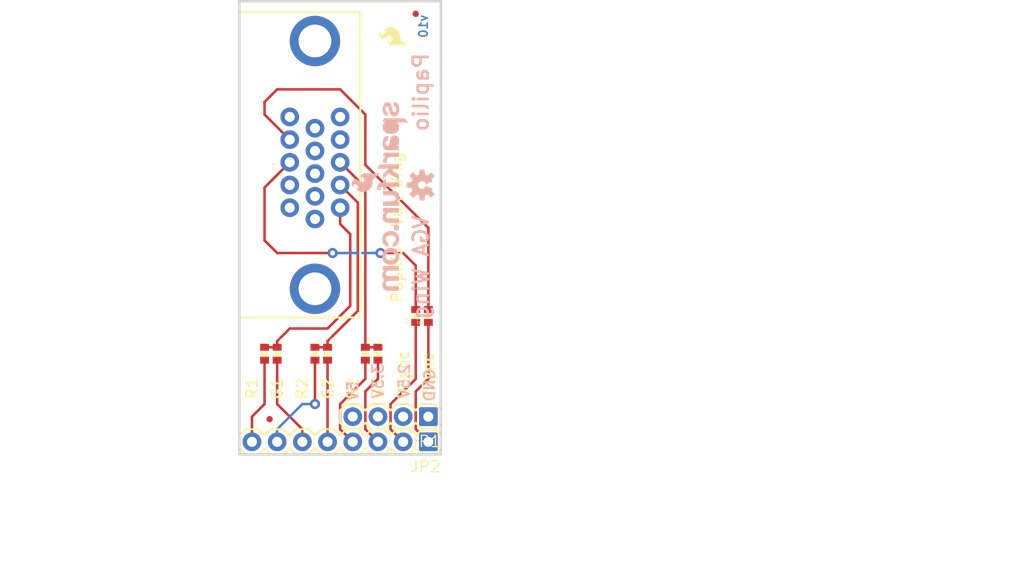
<source format=kicad_pcb>
(kicad_pcb (version 20211014) (generator pcbnew)
  (layers (0 "F.Cu" signal) (31 "B.Cu" signal) (34 "B.Paste" user) (35 "F.Paste" user) (36 "B.SilkS" user "B.Silkscreen") (37 "F.SilkS" user "F.Silkscreen") (38 "B.Mask" user) (39 "F.Mask" user) (44 "Edge.Cuts" user))
  (net 0 "")
  (net 1 "GND")
  (net 2 "3.3V")
  (net 3 "RED1")
  (net 4 "GREEN1")
  (net 5 "RED2")
  (net 6 "BLUE1")
  (net 7 "HSYNC")
  (net 8 "VSYNC")
  (net 9 "GREEN2")
  (net 10 "BLUE2")
  (net 11 "N$2")
  (net 12 "N$3")
  (net 13 "RED")
  (net 14 "GREEN")
  (net 15 "BLUE")
  (footprint "boardEagle:1X04" (layer "F.Cu") (at 157.3911 124.0536 180)
    (fp_text reference "JP1" (at -1.3462 -1.8288 180) (layer "F.SilkS") (effects (font (size 1.143 1.143) (thickness 0.127)) (justify right top)))
    (fp_text value "")
    (fp_line (start 3.175 -1.27) (end 3.81 -0.635) (layer "F.SilkS") (width 0.2032))
    (fp_line (start -0.635 -1.27) (end 0.635 -1.27) (layer "F.SilkS") (width 0.2032))
    (fp_line (start -1.27 -0.635) (end -1.27 0.635) (layer "F.SilkS") (width 0.2032))
    (fp_line (start 3.81 0.635) (end 3.175 1.27) (layer "F.SilkS") (width 0.2032))
    (fp_line (start 6.985 -1.27) (end 8.255 -1.27) (layer "F.SilkS") (width 0.2032))
    (fp_line (start -0.635 -1.27) (end -1.27 -0.635) (layer "F.SilkS") (width 0.2032))
    (fp_line (start 5.715 1.27) (end 4.445 1.27) (layer "F.SilkS") (width 0.2032))
    (fp_line (start 8.255 1.27) (end 6.985 1.27) (layer "F.SilkS") (width 0.2032))
    (fp_line (start 8.89 -0.635) (end 8.89 0.635) (layer "F.SilkS") (width 0.2032))
    (fp_line (start 8.89 0.635) (end 8.255 1.27) (layer "F.SilkS") (width 0.2032))
    (fp_line (start 8.255 -1.27) (end 8.89 -0.635) (layer "F.SilkS") (width 0.2032))
    (fp_line (start 1.27 0.635) (end 0.635 1.27) (layer "F.SilkS") (width 0.2032))
    (fp_line (start 3.175 1.27) (end 1.905 1.27) (layer "F.SilkS") (width 0.2032))
    (fp_line (start 4.445 -1.27) (end 5.715 -1.27) (layer "F.SilkS") (width 0.2032))
    (fp_line (start 6.985 -1.27) (end 6.35 -0.635) (layer "F.SilkS") (width 0.2032))
    (fp_line (start 1.905 -1.27) (end 3.175 -1.27) (layer "F.SilkS") (width 0.2032))
    (fp_line (start 4.445 1.27) (end 3.81 0.635) (layer "F.SilkS") (width 0.2032))
    (fp_line (start 6.35 0.635) (end 5.715 1.27) (layer "F.SilkS") (width 0.2032))
    (fp_line (start 1.905 1.27) (end 1.27 0.635) (layer "F.SilkS") (width 0.2032))
    (fp_line (start 5.715 -1.27) (end 6.35 -0.635) (layer "F.SilkS") (width 0.2032))
    (fp_line (start 1.27 -0.635) (end 1.905 -1.27) (layer "F.SilkS") (width 0.2032))
    (fp_line (start -1.27 0.635) (end -0.635 1.27) (layer "F.SilkS") (width 0.2032))
    (fp_line (start 6.35 0.635) (end 6.985 1.27) (layer "F.SilkS") (width 0.2032))
    (fp_line (start 3.81 -0.635) (end 4.445 -1.27) (layer "F.SilkS") (width 0.2032))
    (fp_line (start 0.635 -1.27) (end 1.27 -0.635) (layer "F.SilkS") (width 0.2032))
    (fp_line (start 0.635 1.27) (end -0.635 1.27) (layer "F.SilkS") (width 0.2032))
    (pad "1" thru_hole rect (at 0 0 270) (size 1.8796 1.8796) (drill 1.016) (layers *.Cu *.Mask) (net 1 "GND"))
    (pad "2" thru_hole circle (at 2.54 0 270) (size 1.8796 1.8796) (drill 1.016) (layers *.Cu *.Mask))
    (pad "3" thru_hole circle (at 5.08 0 270) (size 1.8796 1.8796) (drill 1.016) (layers *.Cu *.Mask) (net 2 "3.3V"))
    (pad "4" thru_hole circle (at 7.62 0 270) (size 1.8796 1.8796) (drill 1.016) (layers *.Cu *.Mask))
  )
  (footprint "boardEagle:0402-RES" (layer "F.Cu") (at 142.1511 117.7036 -90)
    (fp_text reference "R6" (at -0.889 -0.6985 -90) (layer "F.SilkS") (effects (font (size 0.373888 0.373888) (thickness 0.032512)) (justify left bottom)))
    (fp_text value "270")
    (fp_poly (pts (xy -0.2032 0.3556) (xy 0.2032 0.3556) (xy 0.2032 -0.3556) (xy -0.2032 -0.3556)) (layer "F.SilkS") (width 0) (fill solid))
    (pad "1" smd rect (at -0.65 0 270) (size 0.7 0.9) (layers "F.Cu" "F.Paste" "F.Mask") (net 13 "RED"))
    (pad "2" smd rect (at 0.65 0 270) (size 0.7 0.9) (layers "F.Cu" "F.Paste" "F.Mask") (net 5 "RED2"))
  )
  (footprint "boardEagle:CREATIVE_COMMONS" (layer "F.Cu") (at 134.5311 139.2936)
    (fp_text reference "FRAME1" hide)
    (fp_text value "FRAME-LETTER" hide)
  )
  (footprint "boardEagle:1X08" (layer "F.Cu") (at 157.3911 126.5936 180)
    (fp_text reference "JP2" (at -1.3462 -1.8288 180) (layer "F.SilkS") (effects (font (size 1.143 1.143) (thickness 0.127)) (justify right top)))
    (fp_text value "")
    (fp_line (start 0.635 1.27) (end -0.635 1.27) (layer "F.SilkS") (width 0.2032))
    (fp_line (start 3.81 -0.635) (end 4.445 -1.27) (layer "F.SilkS") (width 0.2032))
    (fp_line (start -1.27 0.635) (end -0.635 1.27) (layer "F.SilkS") (width 0.2032))
    (fp_line (start 13.335 1.27) (end 12.065 1.27) (layer "F.SilkS") (width 0.2032))
    (fp_line (start 4.445 1.27) (end 3.81 0.635) (layer "F.SilkS") (width 0.2032))
    (fp_line (start 19.05 -0.635) (end 19.05 0.635) (layer "F.SilkS") (width 0.2032))
    (fp_line (start -0.635 -1.27) (end 0.635 -1.27) (layer "F.SilkS") (width 0.2032))
    (fp_line (start 15.875 1.27) (end 14.605 1.27) (layer "F.SilkS") (width 0.2032))
    (fp_line (start 14.605 -1.27) (end 15.875 -1.27) (layer "F.SilkS") (width 0.2032))
    (fp_line (start 13.97 0.635) (end 13.335 1.27) (layer "F.SilkS") (width 0.2032))
    (fp_line (start 5.715 -1.27) (end 6.35 -0.635) (layer "F.SilkS") (width 0.2032))
    (fp_line (start 12.065 -1.27) (end 13.335 -1.27) (layer "F.SilkS") (width 0.2032))
    (fp_line (start 18.415 1.27) (end 17.145 1.27) (layer "F.SilkS") (width 0.2032))
    (fp_line (start 14.605 -1.27) (end 13.97 -0.635) (layer "F.SilkS") (width 0.2032))
    (fp_line (start 8.89 0.635) (end 8.255 1.27) (layer "F.SilkS") (width 0.2032))
    (fp_line (start 6.35 0.635) (end 5.715 1.27) (layer "F.SilkS") (width 0.2032))
    (fp_line (start 6.985 -1.27) (end 8.255 -1.27) (layer "F.SilkS") (width 0.2032))
    (fp_line (start 1.905 1.27) (end 1.27 0.635) (layer "F.SilkS") (width 0.2032))
    (fp_line (start 5.715 1.27) (end 4.445 1.27) (layer "F.SilkS") (width 0.2032))
    (fp_line (start 1.905 -1.27) (end 3.175 -1.27) (layer "F.SilkS") (width 0.2032))
    (fp_line (start -0.635 -1.27) (end -1.27 -0.635) (layer "F.SilkS") (width 0.2032))
    (fp_line (start 16.51 0.635) (end 15.875 1.27) (layer "F.SilkS") (width 0.2032))
    (fp_line (start 9.525 -1.27) (end 10.795 -1.27) (layer "F.SilkS") (width 0.2032))
    (fp_line (start 11.43 0.635) (end 10.795 1.27) (layer "F.SilkS") (width 0.2032))
    (fp_line (start 3.175 -1.27) (end 3.81 -0.635) (layer "F.SilkS") (width 0.2032))
    (fp_line (start 4.445 -1.27) (end 5.715 -1.27) (layer "F.SilkS") (width 0.2032))
    (fp_line (start 6.985 -1.27) (end 6.35 -0.635) (layer "F.SilkS") (width 0.2032))
    (fp_line (start 6.35 0.635) (end 6.985 1.27) (layer "F.SilkS") (width 0.2032))
    (fp_line (start 12.065 1.27) (end 11.43 0.635) (layer "F.SilkS") (width 0.2032))
    (fp_line (start 15.875 -1.27) (end 16.51 -0.635) (layer "F.SilkS") (width 0.2032))
    (fp_line (start 1.27 -0.635) (end 1.905 -1.27) (layer "F.SilkS") (width 0.2032))
    (fp_line (start 17.145 -1.27) (end 16.51 -0.635) (layer "F.SilkS") (width 0.2032))
    (fp_line (start 16.51 0.635) (end 17.145 1.27) (layer "F.SilkS") (width 0.2032))
    (fp_line (start 3.175 1.27) (end 1.905 1.27) (layer "F.SilkS") (width 0.2032))
    (fp_line (start 10.795 -1.27) (end 11.43 -0.635) (layer "F.SilkS") (width 0.2032))
    (fp_line (start 13.97 0.635) (end 14.605 1.27) (layer "F.SilkS") (width 0.2032))
    (fp_line (start 8.89 -0.635) (end 9.525 -1.27) (layer "F.SilkS") (width 0.2032))
    (fp_line (start 18.415 -1.27) (end 19.05 -0.635) (layer "F.SilkS") (width 0.2032))
    (fp_line (start -1.27 -0.635) (end -1.27 0.635) (layer "F.SilkS") (width 0.2032))
    (fp_line (start 1.27 0.635) (end 0.635 1.27) (layer "F.SilkS") (width 0.2032))
    (fp_line (start 10.795 1.27) (end 9.525 1.27) (layer "F.SilkS") (width 0.2032))
    (fp_line (start 9.525 1.27) (end 8.89 0.635) (layer "F.SilkS") (width 0.2032))
    (fp_line (start 8.255 1.27) (end 6.985 1.27) (layer "F.SilkS") (width 0.2032))
    (fp_line (start 3.81 0.635) (end 3.175 1.27) (layer "F.SilkS") (width 0.2032))
    (fp_line (start 11.43 -0.635) (end 12.065 -1.27) (layer "F.SilkS") (width 0.2032))
    (fp_line (start 0.635 -1.27) (end 1.27 -0.635) (layer "F.SilkS") (width 0.2032))
    (fp_line (start 8.255 -1.27) (end 8.89 -0.635) (layer "F.SilkS") (width 0.2032))
    (fp_line (start 19.05 0.635) (end 18.415 1.27) (layer "F.SilkS") (width 0.2032))
    (fp_line (start 13.335 -1.27) (end 13.97 -0.635) (layer "F.SilkS") (width 0.2032))
    (fp_line (start 17.145 -1.27) (end 18.415 -1.27) (layer "F.SilkS") (width 0.2032))
    (pad "1" thru_hole rect (at 0 0 270) (size 1.8796 1.8796) (drill 1.016) (layers *.Cu *.Mask) (net 8 "VSYNC"))
    (pad "2" thru_hole circle (at 2.54 0 270) (size 1.8796 1.8796) (drill 1.016) (layers *.Cu *.Mask) (net 7 "HSYNC"))
    (pad "3" thru_hole circle (at 5.08 0 270) (size 1.8796 1.8796) (drill 1.016) (layers *.Cu *.Mask) (net 6 "BLUE1"))
    (pad "4" thru_hole circle (at 7.62 0 270) (size 1.8796 1.8796) (drill 1.016) (layers *.Cu *.Mask) (net 10 "BLUE2"))
    (pad "5" thru_hole circle (at 10.16 0 270) (size 1.8796 1.8796) (drill 1.016) (layers *.Cu *.Mask) (net 9 "GREEN2"))
    (pad "6" thru_hole circle (at 12.7 0 270) (size 1.8796 1.8796) (drill 1.016) (layers *.Cu *.Mask) (net 5 "RED2"))
    (pad "7" thru_hole circle (at 15.24 0 270) (size 1.8796 1.8796) (drill 1.016) (layers *.Cu *.Mask) (net 4 "GREEN1"))
    (pad "8" thru_hole circle (at 17.78 0 270) (size 1.8796 1.8796) (drill 1.016) (layers *.Cu *.Mask) (net 3 "RED1"))
  )
  (footprint "boardEagle:DB15" (layer "F.Cu") (at 140.8811 98.6536 90)
    (fp_text reference "JP3" (at -0.795 1.19 90) (layer "F.SilkS") (effects (font (size 0.36576 0.36576) (thickness 0.04064)) (justify left bottom)))
    (fp_text value "DB15")
    (fp_line (start -15.4 9.65) (end -15.4 -2.38) (layer "F.SilkS") (width 0.2032))
    (fp_line (start 15.4 9.65) (end 15.4 -2.38) (layer "F.SilkS") (width 0.2032))
    (fp_line (start -15.4 9.65) (end 15.4 9.65) (layer "F.SilkS") (width 0.2032))
    (pad "1" thru_hole circle (at -4.32 7.62 90) (size 1.8796 1.8796) (drill 1.016) (layers *.Cu *.Mask) (net 13 "RED"))
    (pad "2" thru_hole circle (at -2.03 7.62 90) (size 1.8796 1.8796) (drill 1.016) (layers *.Cu *.Mask) (net 14 "GREEN"))
    (pad "3" thru_hole circle (at 0.26 7.62 90) (size 1.8796 1.8796) (drill 1.016) (layers *.Cu *.Mask) (net 15 "BLUE"))
    (pad "4" thru_hole circle (at 2.55 7.62 90) (size 1.8796 1.8796) (drill 1.016) (layers *.Cu *.Mask))
    (pad "5" thru_hole circle (at 4.84 7.62 90) (size 1.8796 1.8796) (drill 1.016) (layers *.Cu *.Mask))
    (pad "6" thru_hole circle (at -5.46 5.08 90) (size 1.8796 1.8796) (drill 1.016) (layers *.Cu *.Mask) (net 1 "GND"))
    (pad "7" thru_hole circle (at -3.17 5.08 90) (size 1.8796 1.8796) (drill 1.016) (layers *.Cu *.Mask) (net 1 "GND"))
    (pad "8" thru_hole circle (at -0.88 5.08 90) (size 1.8796 1.8796) (drill 1.016) (layers *.Cu *.Mask) (net 1 "GND"))
    (pad "9" thru_hole circle (at 1.41 5.08 90) (size 1.8796 1.8796) (drill 1.016) (layers *.Cu *.Mask))
    (pad "10" thru_hole circle (at 3.7 5.08 90) (size 1.8796 1.8796) (drill 1.016) (layers *.Cu *.Mask) (net 1 "GND"))
    (pad "11" thru_hole circle (at -4.32 2.54 90) (size 1.8796 1.8796) (drill 1.016) (layers *.Cu *.Mask) (net 1 "GND"))
    (pad "12" thru_hole circle (at -2.03 2.54 90) (size 1.8796 1.8796) (drill 1.016) (layers *.Cu *.Mask))
    (pad "13" thru_hole circle (at 0.26 2.54 90) (size 1.8796 1.8796) (drill 1.016) (layers *.Cu *.Mask) (net 11 "N$2"))
    (pad "14" thru_hole circle (at 2.55 2.54 90) (size 1.8796 1.8796) (drill 1.016) (layers *.Cu *.Mask) (net 12 "N$3"))
    (pad "15" thru_hole circle (at 4.84 2.54 90) (size 1.8796 1.8796) (drill 1.016) (layers *.Cu *.Mask))
    (pad "G1" thru_hole circle (at -12.5 5.08 90) (size 5.08 5.08) (drill 3.302) (layers *.Cu *.Mask))
    (pad "G2" thru_hole circle (at 12.5 5.08 90) (size 5.08 5.08) (drill 3.302) (layers *.Cu *.Mask))
  )
  (footprint "boardEagle:0402-RES" (layer "F.Cu") (at 145.9611 117.7036 -90)
    (fp_text reference "R4" (at -0.889 -0.6985 -90) (layer "F.SilkS") (effects (font (size 0.373888 0.373888) (thickness 0.032512)) (justify left bottom)))
    (fp_text value "270")
    (fp_poly (pts (xy -0.2032 0.3556) (xy 0.2032 0.3556) (xy 0.2032 -0.3556) (xy -0.2032 -0.3556)) (layer "F.SilkS") (width 0) (fill solid))
    (pad "1" smd rect (at -0.65 0 270) (size 0.7 0.9) (layers "F.Cu" "F.Paste" "F.Mask") (net 14 "GREEN"))
    (pad "2" smd rect (at 0.65 0 270) (size 0.7 0.9) (layers "F.Cu" "F.Paste" "F.Mask") (net 4 "GREEN1"))
  )
  (footprint "boardEagle:0402-RES" (layer "F.Cu") (at 152.3111 117.7036 -90)
    (fp_text reference "R5" (at -0.889 -0.6985 -90) (layer "F.SilkS") (effects (font (size 0.373888 0.373888) (thickness 0.032512)) (justify left bottom)))
    (fp_text value "270")
    (fp_poly (pts (xy -0.2032 0.3556) (xy 0.2032 0.3556) (xy 0.2032 -0.3556) (xy -0.2032 -0.3556)) (layer "F.SilkS") (width 0) (fill solid))
    (pad "1" smd rect (at -0.65 0 270) (size 0.7 0.9) (layers "F.Cu" "F.Paste" "F.Mask") (net 15 "BLUE"))
    (pad "2" smd rect (at 0.65 0 270) (size 0.7 0.9) (layers "F.Cu" "F.Paste" "F.Mask") (net 6 "BLUE1"))
  )
  (footprint "boardEagle:0402-RES" (layer "F.Cu") (at 147.2311 117.7036 -90)
    (fp_text reference "R7" (at -0.889 -0.6985 -90) (layer "F.SilkS") (effects (font (size 0.373888 0.373888) (thickness 0.032512)) (justify left bottom)))
    (fp_text value "270")
    (fp_poly (pts (xy -0.2032 0.3556) (xy 0.2032 0.3556) (xy 0.2032 -0.3556) (xy -0.2032 -0.3556)) (layer "F.SilkS") (width 0) (fill solid))
    (pad "1" smd rect (at -0.65 0 270) (size 0.7 0.9) (layers "F.Cu" "F.Paste" "F.Mask") (net 14 "GREEN"))
    (pad "2" smd rect (at 0.65 0 270) (size 0.7 0.9) (layers "F.Cu" "F.Paste" "F.Mask") (net 9 "GREEN2"))
  )
  (footprint "boardEagle:0402-RES" (layer "F.Cu") (at 151.0411 117.7036 -90)
    (fp_text reference "R8" (at -0.889 -0.6985 -90) (layer "F.SilkS") (effects (font (size 0.373888 0.373888) (thickness 0.032512)) (justify left bottom)))
    (fp_text value "270")
    (fp_poly (pts (xy -0.2032 0.3556) (xy 0.2032 0.3556) (xy 0.2032 -0.3556) (xy -0.2032 -0.3556)) (layer "F.SilkS") (width 0) (fill solid))
    (pad "1" smd rect (at -0.65 0 270) (size 0.7 0.9) (layers "F.Cu" "F.Paste" "F.Mask") (net 15 "BLUE"))
    (pad "2" smd rect (at 0.65 0 270) (size 0.7 0.9) (layers "F.Cu" "F.Paste" "F.Mask") (net 10 "BLUE2"))
  )
  (footprint "boardEagle:0402-RES" (layer "F.Cu") (at 140.8811 117.7036 -90)
    (fp_text reference "R3" (at -0.889 -0.6985 -90) (layer "F.SilkS") (effects (font (size 0.373888 0.373888) (thickness 0.032512)) (justify left bottom)))
    (fp_text value "270")
    (fp_poly (pts (xy -0.2032 0.3556) (xy 0.2032 0.3556) (xy 0.2032 -0.3556) (xy -0.2032 -0.3556)) (layer "F.SilkS") (width 0) (fill solid))
    (pad "1" smd rect (at -0.65 0 270) (size 0.7 0.9) (layers "F.Cu" "F.Paste" "F.Mask") (net 13 "RED"))
    (pad "2" smd rect (at 0.65 0 270) (size 0.7 0.9) (layers "F.Cu" "F.Paste" "F.Mask") (net 3 "RED1"))
  )
  (footprint "boardEagle:SFE-LOGO-FLAME" (layer "F.Cu") (at 155.2321 86.5886 90)
    (fp_text reference "JP7" hide)
    (fp_text value "LOGO-SFESK" hide)
    (fp_poly (pts (xy 1.126002 -2.808203) (xy 1.215449 -2.785829) (xy 1.228477 -2.780783) (xy 1.240149 -2.774875) (xy 1.25686 -2.766576) (xy 1.275552 -2.759834) (xy 1.371694 -2.7026) (xy 1.3793 -2.7026) (xy 1.3793 -2.6772) (xy 1.306833 -2.6772) (xy 1.208418 -2.657914) (xy 1.074855 -2.495286) (xy 1.079365 -2.436825) (xy 1.12809 -2.341869) (xy 1.204666 -2.265196) (xy 1.294069 -2.200638) (xy 1.369348 -2.168824) (xy 1.450737 -2.171632) (xy 1.458864 -2.174186) (xy 1.466257 -2.177389) (xy 1.530514 -2.236956) (xy 1.5368 -2.259812) (xy 1.5368 -2.377938) (xy 1.763707 -2.148127) (xy 1.868186 -1.856841) (xy 1.871603 -1.856894) (xy 1.87806 -1.650435) (xy 1.848857 -1.45742) (xy 1.785308 -1.272842) (xy 1.6663 -1.061578) (xy 1.6663 -1.080581) (xy 1.378131 -0.80901) (xy 0.982239 -0.6985) (xy 0.753005 -0.6985) (xy 0.716201 -0.692046) (xy 0.681776 -0.679592) (xy 0.496322 -0.541784) (xy -0.0126 0.03091) (xy -0.0126 -1.52077) (xy 0.060004 -1.761967) (xy 0.168295 -1.865489) (xy 0.307122 -1.917522) (xy 0.4039 -1.925089) (xy 0.499384 -1.917623) (xy 0.55991 -1.908099) (xy 0.557788 -1.884433) (xy 0.522216 -1.885242) (xy 0.501784 -1.876141) (xy 0.420519 -1.817154) (xy 0.400722 -1.79067) (xy 0.390395 -1.7285) (xy 0.400905 -1.665229) (xy 0.421405 -1.625174) (xy 0.452343 -1.592685) (xy 0.546535 -1.54355) (xy 0.652229 -1.531742) (xy 0.742768 -1.550084) (xy 0.82422 -1.589656) (xy 0.92203 -1.754659) (xy 0.907706 -1.848844) (xy 0.850914 -1.930401) (xy 0.584707 -2.263237) (xy 0.561667 -2.510855) (xy 0.627495 -2.621556) (xy 0.629042 -2.623103) (xy 0.778901 -2.74712) (xy 1.032676 -2.817064)) (layer "F.SilkS") (width 0) (fill solid))
  )
  (footprint "boardEagle:0402-RES" (layer "F.Cu") (at 156.1211 113.8936 90)
    (fp_text reference "R1" (at -0.889 -0.6985 90) (layer "F.SilkS") (effects (font (size 0.373888 0.373888) (thickness 0.032512)) (justify left bottom)))
    (fp_text value "82.5")
    (fp_poly (pts (xy -0.2032 0.3556) (xy 0.2032 0.3556) (xy 0.2032 -0.3556) (xy -0.2032 -0.3556)) (layer "F.SilkS") (width 0) (fill solid))
    (pad "1" smd rect (at -0.65 0 90) (size 0.7 0.9) (layers "F.Cu" "F.Paste" "F.Mask") (net 7 "HSYNC"))
    (pad "2" smd rect (at 0.65 0 90) (size 0.7 0.9) (layers "F.Cu" "F.Paste" "F.Mask") (net 11 "N$2"))
  )
  (footprint "boardEagle:0402-RES" (layer "F.Cu") (at 157.3911 113.8936 90)
    (fp_text reference "R2" (at -0.889 -0.6985 90) (layer "F.SilkS") (effects (font (size 0.373888 0.373888) (thickness 0.032512)) (justify left bottom)))
    (fp_text value "82.5")
    (fp_poly (pts (xy -0.2032 0.3556) (xy 0.2032 0.3556) (xy 0.2032 -0.3556) (xy -0.2032 -0.3556)) (layer "F.SilkS") (width 0) (fill solid))
    (pad "1" smd rect (at -0.65 0 90) (size 0.7 0.9) (layers "F.Cu" "F.Paste" "F.Mask") (net 8 "VSYNC"))
    (pad "2" smd rect (at 0.65 0 90) (size 0.7 0.9) (layers "F.Cu" "F.Paste" "F.Mask") (net 12 "N$3"))
  )
  (footprint "boardEagle:MICRO-FIDUCIAL" (layer "F.Cu") (at 141.3891 124.3076)
    (fp_text reference "JP4" hide)
    (fp_text value "FIDUCIALUFIDUCIAL" hide)
    (pad "1" smd roundrect (at 0 0) (size 0.635 0.635) (layers "F.Cu" "F.Mask") (roundrect_rratio 0.5))
  )
  (footprint "boardEagle:MICRO-FIDUCIAL" (layer "F.Cu") (at 156.1211 83.4136)
    (fp_text reference "JP5" hide)
    (fp_text value "FIDUCIALUFIDUCIAL" hide)
    (pad "1" smd roundrect (at 0 0) (size 0.635 0.635) (layers "F.Cu" "F.Mask") (roundrect_rratio 0.5))
  )
  (footprint "boardEagle:SFE-NEW-WEBLOGO" (layer "B.Cu") (at 155.3591 92.3036 -90)
    (fp_text reference "JP6" hide)
    (fp_text value "LOGO-SFENEW" hide)
    (fp_line (start 12.1818 2.0091) (end 12.1818 0.955) (layer "B.SilkS") (width 0.0254))
    (fp_line (start 11.1201 2.5171) (end 11.1201 2.2962) (layer "B.SilkS") (width 0.0254))
    (fp_line (start 11.7729 0.955) (end 11.7729 1.9202) (layer "B.SilkS") (width 0.0254))
    (fp_line (start 11.1379 0.9449) (end 10.7163 0.9449) (layer "B.SilkS") (width 0.0254))
    (fp_line (start 11.1201 2.2962) (end 11.1277 2.2962) (layer "B.SilkS") (width 0.0254))
    (fp_line (start 15.5499 2.6137) (end 15.5499 2.2911) (layer "B.SilkS") (width 0.0254))
    (fp_line (start 12.1818 0.955) (end 11.7729 0.955) (layer "B.SilkS") (width 0.0254))
    (fp_line (start 15.5702 2.2962) (end 15.5702 2.6137) (layer "B.SilkS") (width 0.0254))
    (fp_line (start 15.5702 2.6137) (end 15.5854 2.6137) (layer "B.SilkS") (width 0.0254))
    (fp_line (start 15.5499 2.2911) (end 15.527 2.2911) (layer "B.SilkS") (width 0.0254))
    (fp_line (start 10.7163 0.9449) (end 10.7163 2.5171) (layer "B.SilkS") (width 0.0254))
    (fp_line (start 11.1379 1.8136) (end 11.1379 0.9449) (layer "B.SilkS") (width 0.0254))
    (fp_line (start 10.7163 2.5171) (end 11.1201 2.5171) (layer "B.SilkS") (width 0.0254))
    (fp_arc (start 15.24 1.4097) (mid 15.31871 1.3127) (end 15.428 1.2522) (layer "B.SilkS") (width 0.0254))
    (fp_arc (start 12.1488 2.232699) (mid 12.104013 2.336521) (end 12.0345 2.4257) (layer "B.SilkS") (width 0.0254))
    (fp_arc (start 16.4033 1.808499) (mid 16.333054 2.143404) (end 16.129 2.4181) (layer "B.SilkS") (width 0.0254))
    (fp_arc (start 11.1277 2.2962) (mid 11.137379 2.298176) (end 11.1455 2.3038) (layer "B.SilkS") (width 0.0254))
    (fp_arc (start 11.1684 2.0396) (mid 11.146105 1.962214) (end 11.1379 1.8821) (layer "B.SilkS") (width 0.0254))
    (fp_arc (start 11.7678 2.5502) (mid 11.667584 2.556058) (end 11.5672 2.5552) (layer "B.SilkS") (width 0.0254))
    (fp_arc (start 15.9029 0.9754) (mid 16.153433 1.12491) (end 16.317 1.3665) (layer "B.SilkS") (width 0.0254))
    (fp_arc (start 12.1818 2.0091) (mid 12.172765 2.122002) (end 12.1488 2.2327) (layer "B.SilkS") (width 0.0254))
    (fp_arc (start 11.2598 2.1692) (mid 11.206137 2.110016) (end 11.1684 2.0396) (layer "B.SilkS") (width 0.0254))
    (fp_arc (start 11.7729 1.9202) (mid 11.758038 2.02962) (end 11.7145 2.1311) (layer "B.SilkS") (width 0.0254))
    (fp_arc (start 11.5976 2.2276) (mid 11.565101 2.235925) (end 11.5316 2.2377) (layer "B.SilkS") (width 0.0254))
    (fp_arc (start 11.4198 2.2327) (mid 11.334441 2.214452) (end 11.259799 2.1692) (layer "B.SilkS") (width 0.0254))
    (fp_arc (start 16.129 2.4181) (mid 15.978822 2.520652) (end 15.809 2.5857) (layer "B.SilkS") (width 0.0254))
    (fp_arc (start 14.7549 1.9507) (mid 14.737287 1.759061) (end 14.7523 1.5672) (layer "B.SilkS") (width 0.0254))
    (fp_arc (start 11.1862 2.3571) (mid 11.172158 2.338081) (end 11.1582 2.319) (layer "B.SilkS") (width 0.0254))
    (fp_arc (start 16.317 1.3665) (mid 16.380488 1.583529) (end 16.4033 1.8085) (layer "B.SilkS") (width 0.0254))
    (fp_arc (start 15.809 2.5857) (mid 15.698073 2.606673) (end 15.5854 2.6137) (layer "B.SilkS") (width 0.0254))
    (fp_arc (start 12.0345 2.425699) (mid 11.911985 2.51116) (end 11.7678 2.5502) (layer "B.SilkS") (width 0.0254))
    (fp_arc (start 11.1455 2.3038) (mid 11.152103 2.311188) (end 11.1582 2.319) (layer "B.SilkS") (width 0.0254))
    (fp_arc (start 15.5423 0.9195) (mid 15.724919 0.932492) (end 15.9029 0.9754) (layer "B.SilkS") (width 0.0254))
    (fp_arc (start 15.5499 2.6137) (mid 15.331296 2.577713) (end 15.1282 2.4892) (layer "B.SilkS") (width 0.0254))
    (fp_arc (start 15.7632 1.2725) (mid 15.846801 1.329279) (end 15.908 1.4097) (layer "B.SilkS") (width 0.0254))
    (fp_arc (start 15.128201 2.4892) (mid 14.882786 2.260687) (end 14.7549 1.9507) (layer "B.SilkS") (width 0.0254))
    (fp_arc (start 14.8615 1.27) (mid 14.919858 1.189481) (end 14.9911 1.1201) (layer "B.SilkS") (width 0.0254))
    (fp_arc (start 15.9868 1.7196) (mid 15.980368 1.846143) (end 15.9588 1.971) (layer "B.SilkS") (width 0.0254))
    (fp_arc (start 15.908 1.4097) (mid 15.966057 1.559906) (end 15.9868 1.7196) (layer "B.SilkS") (width 0.0254))
    (fp_arc (start 11.4198 2.2327) (mid 11.475702 2.235165) (end 11.5316 2.2377) (layer "B.SilkS") (width 0.0254))
    (fp_arc (start 15.428 1.2522) (mid 15.597525 1.230563) (end 15.7632 1.2725) (layer "B.SilkS") (width 0.0254))
    (fp_arc (start 14.7523 1.5672) (mid 14.792796 1.413418) (end 14.8615 1.27) (layer "B.SilkS") (width 0.0254))
    (fp_arc (start 14.9911 1.1201) (mid 15.249615 0.972855) (end 15.5423 0.9195) (layer "B.SilkS") (width 0.0254))
    (fp_arc (start 15.2781 2.1692) (mid 15.20247 2.035022) (end 15.168899 1.8847) (layer "B.SilkS") (width 0.0254))
    (fp_arc (start 11.7145 2.1311) (mid 11.664346 2.1894) (end 11.5976 2.2276) (layer "B.SilkS") (width 0.0254))
    (fp_arc (start 15.8318 2.2047) (mid 15.783745 2.244042) (end 15.7277 2.2708) (layer "B.SilkS") (width 0.0254))
    (fp_arc (start 15.1714 1.6383) (mid 15.194331 1.520588) (end 15.24 1.4097) (layer "B.SilkS") (width 0.0254))
    (fp_arc (start 11.2725 2.446) (mid 11.226399 2.404414) (end 11.1862 2.3571) (layer "B.SilkS") (width 0.0254))
    (fp_arc (start 15.1689 1.8847) (mid 15.165026 1.761448) (end 15.1714 1.6383) (layer "B.SilkS") (width 0.0254))
    (fp_arc (start 15.9588 1.971) (mid 15.910982 2.096372) (end 15.8318 2.2047) (layer "B.SilkS") (width 0.0254))
    (fp_arc (start 15.527 2.2911) (mid 15.388433 2.258974) (end 15.278099 2.1692) (layer "B.SilkS") (width 0.0254))
    (fp_arc (start 11.1379 1.8821) (mid 11.137681 1.84785) (end 11.1379 1.8136) (layer "B.SilkS") (width 0.0254))
    (fp_arc (start 15.7277 2.2708) (mid 15.650001 2.290018) (end 15.5702 2.2962) (layer "B.SilkS") (width 0.0254))
    (fp_arc (start 11.5672 2.5552) (mid 11.411238 2.523841) (end 11.2725 2.446) (layer "B.SilkS") (width 0.0254))
    (fp_poly (pts (xy 0.803285 2.567895) (xy 0.944243 2.553799) (xy 1.081508 2.516334) (xy 1.193542 2.461399) (xy 1.291841 2.383865) (xy 1.357039 2.297824) (xy 1.377068 2.257603) (xy 1.393653 2.216867) (xy 1.417283 2.151914) (xy 1.353784 2.105111) (xy 1.152335 2.254241) (xy 0.736496 2.387002) (xy 0.372563 2.277101) (xy 0.417885 2.019712) (xy 1.241556 1.540676) (xy 1.263422 1.497067) (xy 1.147655 1.152457) (xy 0.724605 1.058492) (xy -0.038666 1.4605) (xy 0.4115 1.4605) (xy 0.4115 1.443466) (xy 0.420402 1.369907) (xy 0.454647 1.305856) (xy 0.524204 1.243359) (xy 0.610838 1.206018) (xy 0.637726 1.200933) (xy 0.665996 1.198897) (xy 0.7328 1.198389) (xy 0.79791 1.198884) (xy 0.968129 1.258019) (xy 1.007666 1.302193) (xy 1.028603 1.358428) (xy 1.025789 1.425439) (xy 0.995864 1.485288) (xy 0.943734 1.527918) (xy 0.715431 1.605731) (xy 0.533161 1.644154) (xy 0.351479 1.692254) (xy 0.230117 1.743632) (xy 0.122357 1.822697) (xy 0.0457 1.960096) (xy 0.0457 1.963141) (xy 0.038572 2.135467) (xy 0.0838 2.300409) (xy 0.0838 2.303445) (xy 0.206233 2.444416) (xy 0.620397 2.567885) (xy 0.71245 2.568634)) (layer "B.SilkS") (width 0) (fill solid))
    (fp_poly (pts (xy 8.337002 5.691103) (xy 8.426449 5.668729) (xy 8.439477 5.663683) (xy 8.451149 5.657775) (xy 8.46786 5.649476) (xy 8.486552 5.642734) (xy 8.582694 5.5855) (xy 8.5903 5.5855) (xy 8.5903 5.5601) (xy 8.517833 5.5601) (xy 8.419418 5.540814) (xy 8.285855 5.378186) (xy 8.290365 5.319725) (xy 8.33909 5.224769) (xy 8.415666 5.148096) (xy 8.505069 5.083538) (xy 8.580348 5.051724) (xy 8.661737 5.054532) (xy 8.669864 5.057086) (xy 8.677257 5.060289) (xy 8.741514 5.119856) (xy 8.7478 5.142712) (xy 8.7478 5.260838) (xy 8.974707 5.031027) (xy 9.079186 4.739741) (xy 9.082603 4.739794) (xy 9.08906 4.533335) (xy 9.059857 4.34032) (xy 8.996308 4.155742) (xy 8.8773 3.944478) (xy 8.8773 3.963481) (xy 8.589131 3.69191) (xy 8.193239 3.5814) (xy 7.964005 3.5814) (xy 7.927201 3.574946) (xy 7.892776 3.562492) (xy 7.707322 3.424684) (xy 7.1984 2.85199) (xy 7.1984 4.40367) (xy 7.271004 4.644867) (xy 7.379295 4.748389) (xy 7.518122 4.800422) (xy 7.6149 4.807989) (xy 7.710384 4.800523) (xy 7.77091 4.790999) (xy 7.768788 4.767333) (xy 7.733216 4.768142) (xy 7.712784 4.759041) (xy 7.631519 4.700054) (xy 7.611722 4.67357) (xy 7.601395 4.6114) (xy 7.611905 4.548129) (xy 7.632405 4.508074) (xy 7.663343 4.475585) (xy 7.757535 4.42645) (xy 7.863229 4.414642) (xy 7.953768 4.432984) (xy 8.03522 4.472556) (xy 8.13303 4.637559) (xy 8.118706 4.731744) (xy 8.061914 4.813301) (xy 7.795707 5.146137) (xy 7.772667 5.393755) (xy 7.838495 5.504456) (xy 7.840042 5.506003) (xy 7.989901 5.63002) (xy 8.243676 5.699964)) (layer "B.SilkS") (width 0) (fill solid))
    (fp_poly (pts (xy 6.7335 1.97376) (xy 7.284539 2.5248) (xy 7.78835 2.5248) (xy 7.197009 1.946483) (xy 7.869909 0.937183) (xy 7.330929 0.939835) (xy 6.903958 1.643716) (xy 6.7386 1.483032) (xy 6.7386 0.9296) (xy 6.306639 0.9296) (xy 6.2941 0.942139) (xy 6.2941 2.887776) (xy 6.7335 3.138467)) (layer "B.SilkS") (width 0) (fill solid))
    (fp_poly (pts (xy 1.201557 2.290098) (xy 1.414074 2.156268) (xy 1.42383 2.065) (xy 1.01008 2.065) (xy 1.00135 2.126336) (xy 0.936084 2.220524) (xy 0.871818 2.257603) (xy 0.798545 2.2758) (xy 0.628591 2.2758) (xy 0.583991 2.267366) (xy 0.541641 2.251683) (xy 0.51157 2.232098) (xy 0.488615 2.205726) (xy 0.469153 2.152745) (xy 0.474605 2.097619) (xy 0.521549 2.031824) (xy 0.664468 1.962838) (xy 0.866638 1.922444) (xy 1.206678 1.822687) (xy 1.354318 1.729494) (xy 1.389578 1.692366) (xy 1.416579 1.648151) (xy 1.460229 1.440208) (xy 1.447804 1.4376) (xy 1.460484 1.436955) (xy 1.457817 1.384541) (xy 1.452657 1.33034) (xy 1.371775 1.140043) (xy 1.14885 0.969822) (xy 1.013381 0.927267) (xy 0.74708 0.904177) (xy 0.617383 0.909691) (xy 0.487493 0.922202) (xy 0.306845 0.984179) (xy 0.185213 1.061804) (xy 0.109225 1.132023) (xy 0.056988 1.2215) (xy 0.013059 1.350644) (xy 0.002577 1.410659) (xy -0.00152 1.469003) (xy 0.738195 1.10308) (xy 1.120535 1.189415) (xy 1.224069 1.497645) (xy 0.809011 1.723764) (xy 0.364394 1.98847) (xy 0.308075 2.310537) (xy 0.741882 2.423672)) (layer "B.SilkS") (width 0) (fill solid))
    (fp_poly (pts (xy 9.4234 1.520809) (xy 9.472888 1.359974) (xy 9.516069 1.308185) (xy 9.573108 1.271734) (xy 9.714103 1.241374) (xy 9.853529 1.268908) (xy 10.003067 1.442966) (xy 10.033 1.684784) (xy 10.033 2.5273) (xy 10.48 2.5273) (xy 10.48 0.9398) (xy 10.0533 0.9398) (xy 10.0533 1.159713) (xy 9.961626 1.051965) (xy 9.823848 0.946774) (xy 9.797269 0.933513) (xy 9.76873 0.924761) (xy 9.46843 0.899096) (xy 9.311419 0.929258) (xy 9.173895 1.0008) (xy 9.172522 1.0008) (xy 9.155194 1.014756) (xy 9.141833 1.028106) (xy 9.055991 1.150842) (xy 9.0022 1.291099) (xy 8.984 1.439423) (xy 8.984 2.5324) (xy 9.4234 2.5324)) (layer "B.SilkS") (width 0) (fill solid))
    (fp_poly (pts (xy 6.1316 2.557116) (xy 6.1316 2.1463) (xy 6.115783 2.1463) (xy 6.10653 2.147054) (xy 6.097893 2.149211) (xy 6.068387 2.157247) (xy 6.038922 2.161538) (xy 5.96265 2.16474) (xy 5.887609 2.16159) (xy 5.731931 2.107297) (xy 5.637642 2.018651) (xy 5.577302 1.903423) (xy 5.5499 1.736362) (xy 5.5499 0.9423) (xy 5.107878 0.9423) (xy 5.110519 2.454146) (xy 5.522 2.527255) (xy 5.522 2.234211) (xy 5.526569 2.235704) (xy 5.544428 2.262537) (xy 5.578841 2.314524) (xy 5.613758 2.367854) (xy 5.686736 2.438162) (xy 5.778008 2.498223) (xy 5.979984 2.565515)) (layer "B.SilkS") (width 0) (fill solid))
    (fp_poly (pts (xy 17.714962 2.583496) (xy 17.714669 2.58013) (xy 17.812284 2.526288) (xy 17.900302 2.442716) (xy 17.956995 2.351455) (xy 17.961394 2.355854) (xy 18.007182 2.404147) (xy 18.086856 2.480888) (xy 18.177617 2.546023) (xy 18.30384 2.60027) (xy 18.440544 2.616304) (xy 18.698981 2.580082) (xy 18.93345 2.426436) (xy 19.05 2.112985) (xy 19.05 0.9398) (xy 18.6004 0.9398) (xy 18.6004 1.979658) (xy 18.558302 2.150487) (xy 18.49797 2.220003) (xy 18.412014 2.255689) (xy 18.322362 2.262413) (xy 18.233537 2.253336) (xy 18.121633 2.190061) (xy 18.068614 2.109201) (xy 18.041426 2.014408) (xy 18.036069 1.960144) (xy 18.034 1.904767) (xy 18.034 0.9398) (xy 17.5768 0.9398) (xy 17.5768 2.006808) (xy 17.507834 2.191589) (xy 17.433119 2.246143) (xy 17.339789 2.26304) (xy 17.298061 2.260863) (xy 17.256145 2.258198) (xy 17.19103 2.2421) (xy 17.135402 2.205103) (xy 17.092564 2.160343) (xy 17.055171 2.112821) (xy 17.0155 1.934108) (xy 17.0155 0.9423) (xy 16.5583 0.9423) (xy 16.5583 2.573) (xy 16.9824 2.573) (xy 16.9824 2.355139) (xy 16.985319 2.355789) (xy 17.015959 2.3959) (xy 17.093229 2.475705) (xy 17.171263 2.538367) (xy 17.262579 2.579887) (xy 17.318155 2.59498) (xy 17.374103 2.605849) (xy 17.443329 2.614463) (xy 17.514022 2.618767)) (layer "B.SilkS") (width 0) (fill solid))
    (fp_poly (pts (xy 8.809435 3.119895) (xy 8.875117 3.1166) (xy 8.89 3.1166) (xy 8.89 2.7889) (xy 8.869112 2.7889) (xy 8.841108 2.7915) (xy 8.660351 2.7915) (xy 8.587936 2.740064) (xy 8.571192 2.699602) (xy 8.5649 2.653436) (xy 8.5649 2.5273) (xy 8.8621 2.5273) (xy 8.8621 2.2352) (xy 8.5623 2.2352) (xy 8.5623 0.9322) (xy 8.1204 0.9322) (xy 8.1204 2.232779) (xy 7.70383 2.235391) (xy 7.995739 2.5273) (xy 8.1255 2.5273) (xy 8.1255 2.560826) (xy 8.143432 2.77702) (xy 8.219199 2.938937) (xy 8.324367 3.032939) (xy 8.449534 3.095959) (xy 8.586403 3.1242) (xy 8.743112 3.1242)) (layer "B.SilkS") (width 0) (fill solid))
    (fp_poly (pts (xy 11.770768 2.56283) (xy 12.043428 2.435548) (xy 12.160999 2.237024) (xy 12.1945 2.010032) (xy 12.1945 0.9423) (xy 11.7602 0.9423) (xy 11.7602 1.918474) (xy 11.70302 2.124971) (xy 11.656141 2.179464) (xy 11.593345 2.215403) (xy 11.53092 2.224956) (xy 11.476269 2.222478) (xy 11.422495 2.220106) (xy 11.268 2.158791) (xy 11.18035 2.034508) (xy 11.1506 1.880883) (xy 11.1506 0.9322) (xy 10.7036 0.9322) (xy 10.7036 2.5298) (xy 11.1328 2.5298) (xy 11.1328 2.310454) (xy 11.136857 2.313263) (xy 11.148195 2.326834) (xy 11.161924 2.345602) (xy 11.176241 2.364992) (xy 11.217267 2.413279) (xy 11.265048 2.456381) (xy 11.406772 2.535896) (xy 11.566093 2.567932)) (layer "B.SilkS") (width 0) (fill solid))
    (fp_poly (pts (xy 2.834651 2.506079) (xy 2.92707 2.450683) (xy 3.011605 2.383731) (xy 3.1267 2.221709) (xy 3.1267 2.263503) (xy 3.219434 1.972794) (xy 3.236098 1.526727) (xy 3.068933 1.135798) (xy 2.975978 1.041462) (xy 2.864973 0.970996) (xy 2.740356 0.92713) (xy 2.372489 0.922) (xy 2.370226 0.922) (xy 2.254471 0.962806) (xy 2.0828 1.127587) (xy 2.0828 -0.010757) (xy 1.6434 0.385552) (xy 1.6434 2.45912) (xy 2.057593 2.537568) (xy 2.055012 2.330538) (xy 2.068304 2.345345) (xy 2.15812 2.442839) (xy 2.234107 2.497896) (xy 2.368681 2.552194) (xy 2.419192 2.562883) (xy 2.620347 2.565422)) (layer "B.SilkS") (width 0) (fill solid))
    (fp_poly (pts (xy 15.5499 2.609649) (xy 15.5499 2.29782) (xy 15.429469 2.281338) (xy 15.314616 2.217851) (xy 15.23586 2.109416) (xy 15.196312 2.020604) (xy 15.168868 1.873153) (xy 15.163824 1.687316) (xy 15.181322 1.562471) (xy 15.218744 1.447652) (xy 15.272523 1.345) (xy 15.437302 1.244156) (xy 15.6121 1.221967) (xy 15.787119 1.281181) (xy 15.894998 1.379217) (xy 15.949332 1.500229) (xy 15.9868 1.655017) (xy 15.9868 1.797481) (xy 15.961756 1.990339) (xy 15.88736 2.151531) (xy 15.803924 2.232457) (xy 15.708711 2.283762) (xy 15.58997 2.2936) (xy 15.567485 2.2936) (xy 15.57294 2.617878) (xy 15.788992 2.590535) (xy 15.954486 2.53364) (xy 16.155367 2.394616) (xy 16.266844 2.264968) (xy 16.37246 2.027864) (xy 16.400898 1.805948) (xy 16.375193 1.592623) (xy 16.305839 1.343513) (xy 16.222719 1.211114) (xy 16.101494 1.095067) (xy 15.987532 1.014773) (xy 15.799031 0.950211) (xy 15.544583 0.924513) (xy 15.240687 0.965682) (xy 14.951456 1.146439) (xy 14.788469 1.399985) (xy 14.726674 1.793647) (xy 14.809154 2.154405) (xy 15.026083 2.4307) (xy 15.368412 2.600648) (xy 15.51864 2.6187) (xy 15.52691 2.6187)) (layer "B.SilkS") (width 0) (fill solid))
    (fp_poly (pts (xy 12.4257 0.9449) (xy 12.921 0.9449) (xy 12.921 1.43) (xy 12.4257 1.43)) (layer "B.SilkS") (width 0) (fill solid))
    (fp_poly (pts (xy 4.444983 2.544915) (xy 4.588724 2.501712) (xy 4.72259 2.430523) (xy 4.844814 2.271666) (xy 4.859671 2.1819) (xy 4.8616 2.1819) (xy 4.8616 1.6891) (xy 4.864173 1.6891) (xy 4.861603 1.242544) (xy 4.871819 1.108765) (xy 4.906709 0.979276) (xy 4.920484 0.9423) (xy 4.495275 0.9423) (xy 4.477494 0.951279) (xy 4.472002 0.970735) (xy 4.468249 0.985133) (xy 4.446292 1.084946) (xy 4.440321 1.089528) (xy 4.438946 1.088886) (xy 4.309064 0.98859) (xy 4.153188 0.927249) (xy 3.824183 0.906712) (xy 3.683825 0.938256) (xy 3.554173 1.000134) (xy 3.486826 1.05665) (xy 3.437273 1.130532) (xy 3.3807 1.444163) (xy 3.3807 1.446675) (xy 3.401941 1.543624) (xy 3.446308 1.632822) (xy 3.527788 1.722902) (xy 3.632416 1.784766) (xy 3.937258 1.861632) (xy 4.048648 1.873601) (xy 4.159032 1.884616) (xy 4.224808 1.893434) (xy 4.289167 1.907055) (xy 4.336271 1.923637) (xy 4.379043 1.948303) (xy 4.407461 1.974391) (xy 4.413402 1.982997) (xy 4.4171 1.991455) (xy 4.4171 2.14983) (xy 4.358226 2.232254) (xy 4.254396 2.270917) (xy 4.188033 2.274326) (xy 4.120968 2.275774) (xy 4.006679 2.25395) (xy 3.883049 2.131716) (xy 3.8659 2.045941) (xy 3.8659 2.0295) (xy 3.429 2.0295) (xy 3.429 2.040006) (xy 3.418965 2.041638) (xy 3.439259 2.166448) (xy 3.491292 2.283494) (xy 3.571378 2.383462) (xy 3.674008 2.459597) (xy 3.791998 2.513469) (xy 3.916944 2.547448) (xy 4.18103 2.571338)) (layer "B.SilkS") (width 0) (fill solid))
    (fp_poly (pts (xy 14.181776 2.563159) (xy 14.181555 2.560669) (xy 14.327447 2.496725) (xy 14.547848 2.246517) (xy 14.619242 1.9914) (xy 14.1707 1.9914) (xy 14.1707 2.005388) (xy 14.15242 2.10038) (xy 14.100807 2.180729) (xy 14.023181 2.236025) (xy 13.860405 2.2706) (xy 13.694207 2.245798) (xy 13.653262 2.227396) (xy 13.618712 2.198612) (xy 13.531409 2.074936) (xy 13.459735 1.779947) (xy 13.507258 1.471936) (xy 13.55233 1.379537) (xy 13.718934 1.256376) (xy 13.795519 1.238584) (xy 13.875272 1.234455) (xy 13.963395 1.249226) (xy 14.044683 1.286045) (xy 14.088707 1.320383) (xy 14.123821 1.362695) (xy 14.191983 1.5646) (xy 14.6202 1.5646) (xy 14.6202 1.546046) (xy 14.607183 1.4497) (xy 14.551954 1.307962) (xy 14.468685 1.180108) (xy 14.234909 0.989147) (xy 13.88734 0.904104) (xy 13.726062 0.914148) (xy 13.567886 0.942693) (xy 13.423659 0.994928) (xy 13.188191 1.185237) (xy 13.098694 1.32648) (xy 13.017451 1.644495) (xy 13.0251 1.894992) (xy 13.0251 1.896181) (xy 13.064859 2.076939) (xy 13.14486 2.243932) (xy 13.26133 2.388842) (xy 13.574558 2.580191) (xy 13.883988 2.616332)) (layer "B.SilkS") (width 0) (fill solid))
  )
  (footprint "boardEagle:OSHW-LOGO-S" (layer "B.Cu") (at 156.7561 100.6856 -90)
    (fp_text reference "U$1" hide)
    (fp_text value "OSHW-LOGOS" hide)
    (fp_poly (pts (xy 0.301647 1.061351) (xy 0.42347 1.022344) (xy 0.537177 0.963769) (xy 0.92862 1.282946) (xy 1.282946 0.92862) (xy 0.961035 0.533823) (xy 1.057046 0.302084) (xy 1.5638 0.250561) (xy 1.5638 -0.250561) (xy 1.057046 -0.302084) (xy 0.961035 -0.533823) (xy 1.282946 -0.92862) (xy 0.92862 -1.282946) (xy 0.537177 -0.96377) (xy 0.356601 -1.056794) (xy 0.088679 -0.410073) (xy 0.326262 -0.2176) (xy 0.373649 -0.121468) (xy 0.392729 -0.010339) (xy 0.379464 0.101634) (xy 0.334947 0.205229) (xy 0.262842 0.291918) (xy 0.169087 0.354561) (xy 0.061406 0.387999) (xy -0.051342 0.38948) (xy -0.159868 0.358881) (xy -0.255234 0.298724) (xy -0.329589 0.213962) (xy -0.376813 0.111569) (xy -0.392176 0.005767) (xy -0.322923 -0.222565) (xy -0.249312 -0.303773) (xy 0.091677 -0.5081) (xy -0.12929 -0.5081) (xy -0.355332 -1.053732) (xy -0.506597 -0.983577) (xy -0.538922 -0.965192) (xy -0.92862 -1.282946) (xy -1.282946 -0.92862) (xy -0.961035 -0.533823) (xy -1.057046 -0.302084) (xy -1.5638 -0.250561) (xy -1.5638 0.250561) (xy -1.057046 0.302084) (xy -0.961035 0.533823) (xy -1.282946 0.92862) (xy -0.92862 1.282946) (xy -0.533823 0.961035) (xy -0.302084 1.057046) (xy -0.250561 1.5638) (xy 0.250561 1.5638)) (layer "B.SilkS") (width 0) (fill solid))
  )
  (gr_line (start 158.6611 82.1436) (end 138.3411 82.1436) (layer "Edge.Cuts") (width 0.254))
  (gr_line (start 138.3411 127.8636) (end 158.6411 127.8636) (layer "Edge.Cuts") (width 0.254))
  (gr_line (start 138.3411 82.1436) (end 138.3411 127.8636) (layer "Edge.Cuts") (width 0.254))
  (gr_line (start 158.6411 127.8636) (end 158.6611 82.1436) (layer "Edge.Cuts") (width 0.254))
  (gr_text "v10" (at 157.3911 83.4136 -270) (layer "B.Cu") (effects (font (size 0.8636 0.8636) (thickness 0.1524)) (justify left bottom mirror)))
  (gr_text "GND" (at 158.1531 119.1006 -270) (layer "B.SilkS") (effects (font (size 1.0795 1.0795) (thickness 0.1905)) (justify left bottom mirror)))
  (gr_text "Papilio" (at 157.5181 87.2236 -270) (layer "B.SilkS") (effects (font (size 1.5113 1.5113) (thickness 0.2667)) (justify left bottom mirror)))
  (gr_text "5V" (at 150.4061 120.3706 -270) (layer "B.SilkS") (effects (font (size 1.0795 1.0795) (thickness 0.1905)) (justify left bottom mirror)))
  (gr_text "2.5V" (at 155.6131 118.5926 -270) (layer "B.SilkS") (effects (font (size 1.0795 1.0795) (thickness 0.1905)) (justify left bottom mirror)))
  (gr_text "3.3V" (at 152.9461 118.5926 -270) (layer "B.SilkS") (effects (font (size 1.0795 1.0795) (thickness 0.1905)) (justify left bottom mirror)))
  (gr_text "VGA Wing" (at 157.5181 103.6066 -270) (layer "B.SilkS") (effects (font (size 1.5113 1.5113) (thickness 0.2667)) (justify left bottom mirror)))
  (gr_text "B2" (at 150.4061 122.4026 90) (layer "F.SilkS") (effects (font (size 1.0795 1.0795) (thickness 0.1905)) (justify left bottom)))
  (gr_text "HSync" (at 155.4861 122.4026 90) (layer "F.SilkS") (effects (font (size 1.0795 1.0795) (thickness 0.1905)) (justify left bottom)))
  (gr_text "VGA Wing" (at 154.8511 105.0036 90) (layer "F.SilkS") (effects (font (size 1.0795 1.0795) (thickness 0.1905)) (justify left bottom)))
  (gr_text "VSync" (at 158.0261 122.4026 90) (layer "F.SilkS") (effects (font (size 1.0795 1.0795) (thickness 0.1905)) (justify left bottom)))
  (gr_text "R2" (at 145.3261 122.4026 90) (layer "F.SilkS") (effects (font (size 1.0795 1.0795) (thickness 0.1905)) (justify left bottom)))
  (gr_text "G1" (at 142.7861 122.4026 90) (layer "F.SilkS") (effects (font (size 1.0795 1.0795) (thickness 0.1905)) (justify left bottom)))
  (gr_text "R1" (at 140.2461 122.4026 90) (layer "F.SilkS") (effects (font (size 1.0795 1.0795) (thickness 0.1905)) (justify left bottom)))
  (gr_text "Papilio" (at 154.8511 112.6236 90) (layer "F.SilkS") (effects (font (size 1.0795 1.0795) (thickness 0.1905)) (justify left bottom)))
  (gr_text "B1" (at 152.9461 122.4026 90) (layer "F.SilkS") (effects (font (size 1.0795 1.0795) (thickness 0.1905)) (justify left bottom)))
  (gr_text "G2" (at 147.8661 122.4026 90) (layer "F.SilkS") (effects (font (size 1.0795 1.0795) (thickness 0.1905)) (justify left bottom)))
  (segment (start 139.6111 124.0536) (end 140.8811 122.7836) (width 0.254) (layer "F.Cu") (net 3))
  (segment (start 140.8811 122.7836) (end 140.8811 118.3536) (width 0.254) (layer "F.Cu") (net 3))
  (segment (start 139.6111 126.5936) (end 139.6111 124.0536) (width 0.254) (layer "F.Cu") (net 3))
  (segment (start 145.9611 122.7836) (end 145.9611 118.3536) (width 0.254) (layer "F.Cu") (net 4))
  (via (at 145.9611 122.7836) (size 1.016) (drill 0.508) (layers "F.Cu" "B.Cu") (net 4))
  (segment (start 142.1511 125.3236) (end 144.6911 122.7836) (width 0.254) (layer "B.Cu") (net 4))
  (segment (start 144.6911 122.7836) (end 145.9611 122.7836) (width 0.254) (layer "B.Cu") (net 4))
  (segment (start 142.1511 126.5936) (end 142.1511 125.3236) (width 0.254) (layer "B.Cu") (net 4))
  (segment (start 144.6911 126.5936) (end 144.6911 125.3236) (width 0.254) (layer "F.Cu") (net 5))
  (segment (start 144.6911 125.3236) (end 142.1511 122.7836) (width 0.254) (layer "F.Cu") (net 5))
  (segment (start 142.1511 122.7836) (end 142.1511 118.3536) (width 0.254) (layer "F.Cu") (net 5))
  (segment (start 151.0411 125.3236) (end 151.0411 121.5136) (width 0.254) (layer "F.Cu") (net 6))
  (segment (start 152.3111 120.2436) (end 152.3111 118.3536) (width 0.254) (layer "F.Cu") (net 6))
  (segment (start 152.3111 126.5936) (end 151.0411 125.3236) (width 0.254) (layer "F.Cu") (net 6))
  (segment (start 151.0411 121.5136) (end 152.3111 120.2436) (width 0.254) (layer "F.Cu") (net 6))
  (segment (start 153.5811 122.7836) (end 156.1211 120.2436) (width 0.254) (layer "F.Cu") (net 7))
  (segment (start 153.5811 125.3236) (end 153.5811 122.7836) (width 0.254) (layer "F.Cu") (net 7))
  (segment (start 154.8511 126.5936) (end 153.5811 125.3236) (width 0.254) (layer "F.Cu") (net 7))
  (segment (start 156.1211 120.2436) (end 156.1211 114.5436) (width 0.254) (layer "F.Cu") (net 7))
  (segment (start 157.3911 126.5936) (end 156.1211 125.3236) (width 0.254) (layer "F.Cu") (net 8))
  (segment (start 156.1211 125.3236) (end 156.1211 121.5136) (width 0.254) (layer "F.Cu") (net 8))
  (segment (start 157.3911 120.2436) (end 157.3911 114.5436) (width 0.254) (layer "F.Cu") (net 8))
  (segment (start 156.1211 121.5136) (end 157.3911 120.2436) (width 0.254) (layer "F.Cu") (net 8))
  (segment (start 147.2311 118.3536) (end 147.2311 126.5936) (width 0.254) (layer "F.Cu") (net 9))
  (segment (start 149.7711 126.5936) (end 148.5011 125.3236) (width 0.254) (layer "F.Cu") (net 10))
  (segment (start 148.5011 125.3236) (end 148.5011 122.7836) (width 0.254) (layer "F.Cu") (net 10))
  (segment (start 148.5011 122.7836) (end 151.0411 120.2436) (width 0.254) (layer "F.Cu") (net 10))
  (segment (start 151.0411 120.2436) (end 151.0411 118.3536) (width 0.254) (layer "F.Cu") (net 10))
  (segment (start 142.1511 107.5436) (end 140.8811 106.2736) (width 0.254) (layer "F.Cu") (net 11))
  (segment (start 154.8511 107.5436) (end 152.5651 107.5436) (width 0.254) (layer "F.Cu") (net 11))
  (segment (start 147.7391 107.5436) (end 142.1511 107.5436) (width 0.254) (layer "F.Cu") (net 11))
  (segment (start 156.1211 108.8136) (end 154.8511 107.5436) (width 0.254) (layer "F.Cu") (net 11))
  (segment (start 156.1211 113.2436) (end 156.1211 108.8136) (width 0.254) (layer "F.Cu") (net 11))
  (segment (start 140.8811 106.2736) (end 140.8811 100.9336) (width 0.254) (layer "F.Cu") (net 11))
  (segment (start 140.8811 100.9336) (end 143.4211 98.3936) (width 0.254) (layer "F.Cu") (net 11))
  (via (at 152.5651 107.5436) (size 1.016) (drill 0.508) (layers "F.Cu" "B.Cu") (net 11))
  (via (at 147.7391 107.5436) (size 1.016) (drill 0.508) (layers "F.Cu" "B.Cu") (net 11))
  (segment (start 152.5651 107.5436) (end 147.7391 107.5436) (width 0.254) (layer "B.Cu") (net 11))
  (segment (start 140.8811 93.5736) (end 143.4111 96.1036) (width 0.254) (layer "F.Cu") (net 12))
  (segment (start 157.3911 105.0036) (end 151.0411 98.6536) (width 0.254) (layer "F.Cu") (net 12))
  (segment (start 148.5011 91.0336) (end 142.1511 91.0336) (width 0.254) (layer "F.Cu") (net 12))
  (segment (start 140.8811 92.3036) (end 140.8811 93.5736) (width 0.254) (layer "F.Cu") (net 12))
  (segment (start 151.0411 98.6536) (end 151.0411 93.5736) (width 0.254) (layer "F.Cu") (net 12))
  (segment (start 143.4111 96.1036) (end 143.4211 96.1036) (width 0.254) (layer "F.Cu") (net 12))
  (segment (start 142.1511 91.0336) (end 140.8811 92.3036) (width 0.254) (layer "F.Cu") (net 12))
  (segment (start 157.3911 113.2436) (end 157.3911 105.0036) (width 0.254) (layer "F.Cu") (net 12))
  (segment (start 151.0411 93.5736) (end 148.5011 91.0336) (width 0.254) (layer "F.Cu") (net 12))
  (segment (start 147.2311 115.1636) (end 149.5171 112.8776) (width 0.254) (layer "F.Cu") (net 13))
  (segment (start 142.1511 117.0536) (end 142.1511 116.4336) (width 0.254) (layer "F.Cu") (net 13))
  (segment (start 149.5171 112.8776) (end 149.5171 105.6386) (width 0.254) (layer "F.Cu") (net 13))
  (segment (start 149.5171 105.6386) (end 148.5011 104.6226) (width 0.254) (layer "F.Cu") (net 13))
  (segment (start 142.1511 117.0536) (end 140.8811 117.0536) (width 0.254) (layer "F.Cu") (net 13))
  (segment (start 148.5011 104.6226) (end 148.5011 102.9736) (width 0.254) (layer "F.Cu") (net 13))
  (segment (start 142.1511 116.4336) (end 143.4211 115.1636) (width 0.254) (layer "F.Cu") (net 13))
  (segment (start 143.4211 115.1636) (end 147.2311 115.1636) (width 0.254) (layer "F.Cu") (net 13))
  (segment (start 147.2311 116.4336) (end 150.2791 113.3856) (width 0.254) (layer "F.Cu") (net 14))
  (segment (start 145.9611 117.0536) (end 147.2311 117.0536) (width 0.254) (layer "F.Cu") (net 14))
  (segment (start 150.2791 113.3856) (end 150.2791 102.4616) (width 0.254) (layer "F.Cu") (net 14))
  (segment (start 150.2791 102.4616) (end 148.5011 100.6836) (width 0.254) (layer "F.Cu") (net 14))
  (segment (start 147.2311 117.0536) (end 147.2311 116.4336) (width 0.254) (layer "F.Cu") (net 14))
  (segment (start 151.0411 100.9336) (end 148.5011 98.3936) (width 0.254) (layer "F.Cu") (net 15))
  (segment (start 151.0411 117.0536) (end 151.0411 100.9336) (width 0.254) (layer "F.Cu") (net 15))
  (segment (start 152.3111 117.0536) (end 151.0411 117.0536) (width 0.254) (layer "F.Cu") (net 15))
)
</source>
